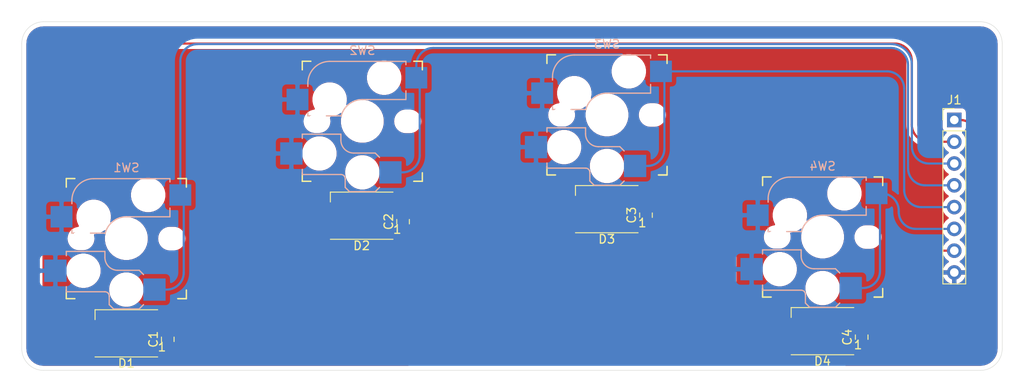
<source format=kicad_pcb>
(kicad_pcb (version 20171130) (host pcbnew 5.1.10)
  (layers (0 F.Cu signal) (31 B.Cu signal hide) (34 B.Paste user) (35 F.Paste user) (36 B.SilkS user) (37 F.SilkS user) (38 B.Mask user) (39 F.Mask user) (44 Edge.Cuts user))
  (net 0 "")
  (net 1 "Net-(D1-Pad2)")
  (net 2 LED_IN)
  (net 3 "Net-(D2-Pad2)")
  (net 4 "Net-(D3-Pad2)")
  (net 5 LED_OUT)
  (net 6 GND)
  (net 7 BTN_RIGHT)
  (net 8 BTN_DOWN)
  (net 9 BTN_LEFT)
  (net 10 BTN_L)
  (net 11 +5V)
  (module mx+choc_socket:MX+Choc_socket (layer F.Cu) (at 194.96 78.431)
    (fp_text reference SW4 (at -2.54 -3.175) (layer B.SilkS) (effects (justify mirror)))
    (fp_text value SW_Push)
    (pad "" np_thru_hole oval (at -7.82828 5.08508) (size 2.12 1.7) (drill oval 2.12 1.7) (layers *.Cu *.Mask))
    (pad "" np_thru_hole oval (at 2.75082 5.08508) (size 2.15 1.75) (drill oval 2.15 1.75) (layers *.Cu *.Mask))
    (pad 1 smd rect (at 0.735 11.03) (size 2.6 2.6) (layers B.Cu B.Paste B.Mask) (net 7 BTN_RIGHT))
    (pad "" np_thru_hole circle (at -7.54 8.83) (size 3 3) (drill 3) (layers *.Cu *.Mask))
    (pad "" np_thru_hole circle (at -2.54 11.03) (size 3 3) (drill 3) (layers *.Cu *.Mask))
    (pad 2 smd rect (at -10.815 8.83) (size 2.6 2.6) (layers B.Cu B.Paste B.Mask) (net 6 GND))
    (pad 2 smd rect (at -10.1 2.54) (size 2.55 2.5) (layers B.Cu B.Paste B.Mask) (net 6 GND))
    (pad "" np_thru_hole circle (at -2.54 5.08) (size 3.9878 3.9878) (drill 3.9878) (layers *.Cu *.Mask))
    (pad "" np_thru_hole circle (at -6.35 2.54) (size 3 3) (drill 3) (layers *.Cu *.Mask))
    (pad "" np_thru_hole circle (at 0 0) (size 3 3) (drill 3) (layers *.Cu *.Mask))
    (pad 1 smd rect (at 3.75 0) (size 2.55 2.5) (layers B.Cu B.Paste B.Mask) (net 7 BTN_RIGHT))
  )
  (module mx+choc_socket:MX+Choc_socket (layer F.Cu) (at 169.825 64.199)
    (fp_text reference SW3 (at -2.54 -3.175) (layer B.SilkS) (effects (justify mirror)))
    (fp_text value SW_Push)
    (pad "" np_thru_hole oval (at -7.82828 5.08508) (size 2.12 1.7) (drill oval 2.12 1.7) (layers *.Cu *.Mask))
    (pad "" np_thru_hole oval (at 2.75082 5.08508) (size 2.15 1.75) (drill oval 2.15 1.75) (layers *.Cu *.Mask))
    (pad 1 smd rect (at 0.735 11.03) (size 2.6 2.6) (layers B.Cu B.Paste B.Mask) (net 8 BTN_DOWN))
    (pad "" np_thru_hole circle (at -7.54 8.83) (size 3 3) (drill 3) (layers *.Cu *.Mask))
    (pad "" np_thru_hole circle (at -2.54 11.03) (size 3 3) (drill 3) (layers *.Cu *.Mask))
    (pad 2 smd rect (at -10.815 8.83) (size 2.6 2.6) (layers B.Cu B.Paste B.Mask) (net 6 GND))
    (pad 2 smd rect (at -10.1 2.54) (size 2.55 2.5) (layers B.Cu B.Paste B.Mask) (net 6 GND))
    (pad "" np_thru_hole circle (at -2.54 5.08) (size 3.9878 3.9878) (drill 3.9878) (layers *.Cu *.Mask))
    (pad "" np_thru_hole circle (at -6.35 2.54) (size 3 3) (drill 3) (layers *.Cu *.Mask))
    (pad "" np_thru_hole circle (at 0 0) (size 3 3) (drill 3) (layers *.Cu *.Mask))
    (pad 1 smd rect (at 3.75 0) (size 2.55 2.5) (layers B.Cu B.Paste B.Mask) (net 8 BTN_DOWN))
  )
  (module mx+choc_socket:MX+Choc_socket (layer F.Cu) (at 141.303 64.943)
    (fp_text reference SW2 (at -2.54 -3.175) (layer B.SilkS) (effects (justify mirror)))
    (fp_text value SW_Push)
    (pad "" np_thru_hole oval (at -7.82828 5.08508) (size 2.12 1.7) (drill oval 2.12 1.7) (layers *.Cu *.Mask))
    (pad "" np_thru_hole oval (at 2.75082 5.08508) (size 2.15 1.75) (drill oval 2.15 1.75) (layers *.Cu *.Mask))
    (pad 1 smd rect (at 0.735 11.03) (size 2.6 2.6) (layers B.Cu B.Paste B.Mask) (net 9 BTN_LEFT))
    (pad "" np_thru_hole circle (at -7.54 8.83) (size 3 3) (drill 3) (layers *.Cu *.Mask))
    (pad "" np_thru_hole circle (at -2.54 11.03) (size 3 3) (drill 3) (layers *.Cu *.Mask))
    (pad 2 smd rect (at -10.815 8.83) (size 2.6 2.6) (layers B.Cu B.Paste B.Mask) (net 6 GND))
    (pad 2 smd rect (at -10.1 2.54) (size 2.55 2.5) (layers B.Cu B.Paste B.Mask) (net 6 GND))
    (pad "" np_thru_hole circle (at -2.54 5.08) (size 3.9878 3.9878) (drill 3.9878) (layers *.Cu *.Mask))
    (pad "" np_thru_hole circle (at -6.35 2.54) (size 3 3) (drill 3) (layers *.Cu *.Mask))
    (pad "" np_thru_hole circle (at 0 0) (size 3 3) (drill 3) (layers *.Cu *.Mask))
    (pad 1 smd rect (at 3.75 0) (size 2.55 2.5) (layers B.Cu B.Paste B.Mask) (net 9 BTN_LEFT))
  )
  (module mx+choc_socket:MX+Choc_socket (layer F.Cu) (at 113.792 78.613)
    (fp_text reference SW1 (at -2.54 -3.175) (layer B.SilkS) (effects (justify mirror)))
    (fp_text value SW_Push)
    (pad "" np_thru_hole oval (at -7.82828 5.08508) (size 2.12 1.7) (drill oval 2.12 1.7) (layers *.Cu *.Mask))
    (pad "" np_thru_hole oval (at 2.75082 5.08508) (size 2.15 1.75) (drill oval 2.15 1.75) (layers *.Cu *.Mask))
    (pad 1 smd rect (at 0.735 11.03) (size 2.6 2.6) (layers B.Cu B.Paste B.Mask) (net 10 BTN_L))
    (pad "" np_thru_hole circle (at -7.54 8.83) (size 3 3) (drill 3) (layers *.Cu *.Mask))
    (pad "" np_thru_hole circle (at -2.54 11.03) (size 3 3) (drill 3) (layers *.Cu *.Mask))
    (pad 2 smd rect (at -10.815 8.83) (size 2.6 2.6) (layers B.Cu B.Paste B.Mask) (net 6 GND))
    (pad 2 smd rect (at -10.1 2.54) (size 2.55 2.5) (layers B.Cu B.Paste B.Mask) (net 6 GND))
    (pad "" np_thru_hole circle (at -2.54 5.08) (size 3.9878 3.9878) (drill 3.9878) (layers *.Cu *.Mask))
    (pad "" np_thru_hole circle (at -6.35 2.54) (size 3 3) (drill 3) (layers *.Cu *.Mask))
    (pad "" np_thru_hole circle (at 0 0) (size 3 3) (drill 3) (layers *.Cu *.Mask))
    (pad 1 smd rect (at 3.75 0) (size 2.55 2.5) (layers B.Cu B.Paste B.Mask) (net 10 BTN_L))
  )
  (module Connector_PinHeader_2.54mm:PinHeader_1x08_P2.54mm_Vertical (layer F.Cu) (at 207.772 69.865)
    (fp_text reference J1 (at 0 -2.33) (layer F.SilkS))
    (fp_text value Conn_01x08)
    (pad 8 thru_hole oval (at 0 17.78) (size 1.7 1.7) (drill 1) (layers *.Cu *.Mask) (net 6 GND))
    (pad 7 thru_hole oval (at 0 15.24) (size 1.7 1.7) (drill 1) (layers *.Cu *.Mask) (net 5 LED_OUT))
    (pad 6 thru_hole oval (at 0 12.7) (size 1.7 1.7) (drill 1) (layers *.Cu *.Mask) (net 7 BTN_RIGHT))
    (pad 5 thru_hole oval (at 0 10.16) (size 1.7 1.7) (drill 1) (layers *.Cu *.Mask) (net 8 BTN_DOWN))
    (pad 4 thru_hole oval (at 0 7.62) (size 1.7 1.7) (drill 1) (layers *.Cu *.Mask) (net 9 BTN_LEFT))
    (pad 3 thru_hole oval (at 0 5.08) (size 1.7 1.7) (drill 1) (layers *.Cu *.Mask) (net 10 BTN_L))
    (pad 2 thru_hole oval (at 0 2.54) (size 1.7 1.7) (drill 1) (layers *.Cu *.Mask) (net 2 LED_IN))
    (pad 1 thru_hole rect (at 0 0) (size 1.7 1.7) (drill 1) (layers *.Cu *.Mask) (net 11 +5V))
  )
  (module LED_SMD:LED_WS2812B_PLCC4_5.0x5.0mm_P3.2mm (layer F.Cu) (at 192.405 94.488 180)
    (fp_text reference D4 (at 0 -3.5) (layer F.SilkS))
    (fp_text value WS2812B)
    (fp_text user 1 (at -4.15 -1.6) (layer F.SilkS))
    (pad 1 smd rect (at -2.45 -1.6 180) (size 1.5 1) (layers F.Cu F.Paste F.Mask) (net 11 +5V))
    (pad 2 smd rect (at -2.45 1.6 180) (size 1.5 1) (layers F.Cu F.Paste F.Mask) (net 5 LED_OUT))
    (pad 4 smd rect (at 2.45 -1.6 180) (size 1.5 1) (layers F.Cu F.Paste F.Mask) (net 4 "Net-(D3-Pad2)"))
    (pad 3 smd rect (at 2.45 1.6 180) (size 1.5 1) (layers F.Cu F.Paste F.Mask) (net 6 GND))
  )
  (module LED_SMD:LED_WS2812B_PLCC4_5.0x5.0mm_P3.2mm (layer F.Cu) (at 167.259 80.264 180)
    (fp_text reference D3 (at 0 -3.5) (layer F.SilkS))
    (fp_text value WS2812B)
    (fp_text user 1 (at -4.15 -1.6) (layer F.SilkS))
    (pad 1 smd rect (at -2.45 -1.6 180) (size 1.5 1) (layers F.Cu F.Paste F.Mask) (net 11 +5V))
    (pad 2 smd rect (at -2.45 1.6 180) (size 1.5 1) (layers F.Cu F.Paste F.Mask) (net 4 "Net-(D3-Pad2)"))
    (pad 4 smd rect (at 2.45 -1.6 180) (size 1.5 1) (layers F.Cu F.Paste F.Mask) (net 3 "Net-(D2-Pad2)"))
    (pad 3 smd rect (at 2.45 1.6 180) (size 1.5 1) (layers F.Cu F.Paste F.Mask) (net 6 GND))
  )
  (module LED_SMD:LED_WS2812B_PLCC4_5.0x5.0mm_P3.2mm (layer F.Cu) (at 138.684 81.026 180)
    (fp_text reference D2 (at 0 -3.5) (layer F.SilkS))
    (fp_text value WS2812B)
    (fp_text user 1 (at -4.15 -1.6) (layer F.SilkS))
    (pad 1 smd rect (at -2.45 -1.6 180) (size 1.5 1) (layers F.Cu F.Paste F.Mask) (net 11 +5V))
    (pad 2 smd rect (at -2.45 1.6 180) (size 1.5 1) (layers F.Cu F.Paste F.Mask) (net 3 "Net-(D2-Pad2)"))
    (pad 4 smd rect (at 2.45 -1.6 180) (size 1.5 1) (layers F.Cu F.Paste F.Mask) (net 1 "Net-(D1-Pad2)"))
    (pad 3 smd rect (at 2.45 1.6 180) (size 1.5 1) (layers F.Cu F.Paste F.Mask) (net 6 GND))
  )
  (module LED_SMD:LED_WS2812B_PLCC4_5.0x5.0mm_P3.2mm (layer F.Cu) (at 111.252 94.742 180)
    (fp_text reference D1 (at 0 -3.5) (layer F.SilkS))
    (fp_text value WS2812B)
    (fp_text user 1 (at -4.15 -1.6) (layer F.SilkS))
    (pad 1 smd rect (at -2.45 -1.6 180) (size 1.5 1) (layers F.Cu F.Paste F.Mask) (net 11 +5V))
    (pad 2 smd rect (at -2.45 1.6 180) (size 1.5 1) (layers F.Cu F.Paste F.Mask) (net 1 "Net-(D1-Pad2)"))
    (pad 4 smd rect (at 2.45 -1.6 180) (size 1.5 1) (layers F.Cu F.Paste F.Mask) (net 2 LED_IN))
    (pad 3 smd rect (at 2.45 1.6 180) (size 1.5 1) (layers F.Cu F.Paste F.Mask) (net 6 GND))
  )
  (module Capacitor_SMD:C_0805_2012Metric (layer F.Cu) (at 196.977 95.183999 90)
    (fp_text reference C4 (at 0 -1.68 90) (layer F.SilkS))
    (fp_text value C)
    (pad 2 smd roundrect (at 0.95 0 90) (size 1 1.45) (layers F.Cu F.Paste F.Mask) (net 6 GND))
    (pad 1 smd roundrect (at -0.95 0 90) (size 1 1.45) (layers F.Cu F.Paste F.Mask) (net 11 +5V))
  )
  (module Capacitor_SMD:C_0805_2012Metric (layer F.Cu) (at 171.831 80.965001 90)
    (fp_text reference C3 (at 0 -1.68 90) (layer F.SilkS))
    (fp_text value C)
    (pad 2 smd roundrect (at 0.95 0 90) (size 1 1.45) (layers F.Cu F.Paste F.Mask) (net 6 GND))
    (pad 1 smd roundrect (at -0.95 0 90) (size 1 1.45) (layers F.Cu F.Paste F.Mask) (net 11 +5V))
  )
  (module Capacitor_SMD:C_0805_2012Metric (layer F.Cu) (at 143.51 81.721999 90)
    (fp_text reference C2 (at 0 -1.68 90) (layer F.SilkS))
    (fp_text value C)
    (pad 2 smd roundrect (at 0.95 0 90) (size 1 1.45) (layers F.Cu F.Paste F.Mask) (net 6 GND))
    (pad 1 smd roundrect (at -0.95 0 90) (size 1 1.45) (layers F.Cu F.Paste F.Mask) (net 11 +5V))
  )
  (module Capacitor_SMD:C_0805_2012Metric (layer F.Cu) (at 116.078 95.437999 90)
    (fp_text reference C1 (at 0 -1.68 90) (layer F.SilkS))
    (fp_text value C)
    (pad 2 smd roundrect (at 0.95 0 90) (size 1 1.45) (layers F.Cu F.Paste F.Mask) (net 6 GND))
    (pad 1 smd roundrect (at -0.95 0 90) (size 1 1.45) (layers F.Cu F.Paste F.Mask) (net 11 +5V))
  )
  (gr_arc (start 101.6 96.52) (end 99.06 96.52) (angle -90) (layer Edge.Cuts) (width 0.05))
  (gr_arc (start 101.6 60.96) (end 101.6 58.42) (angle -90) (layer Edge.Cuts) (width 0.05))
  (gr_arc (start 210.82 60.96) (end 213.36 60.96) (angle -90) (layer Edge.Cuts) (width 0.05))
  (gr_arc (start 210.82 96.52) (end 210.82 99.06) (angle -90) (layer Edge.Cuts) (width 0.05))
  (gr_line (start 213.36 96.52) (end 213.36 60.96) (layer Edge.Cuts) (width 0.05))
  (gr_line (start 101.6 99.06) (end 210.82 99.06) (layer Edge.Cuts) (width 0.05))
  (gr_line (start 99.06 60.96) (end 99.06 96.52) (layer Edge.Cuts) (width 0.05))
  (gr_line (start 210.82 58.42) (end 101.6 58.42) (layer Edge.Cuts) (width 0.05))
  (segment (start 121.38 82.626) (end 136.234 82.626) (width 0.25) (layer F.Cu) (net 1))
  (segment (start 121.38 82.626) (end 121.183965 82.63563) (width 0.25) (layer F.Cu) (net 1))
  (segment (start 121.183965 82.63563) (end 120.989819 82.664429) (width 0.25) (layer F.Cu) (net 1))
  (segment (start 120.989819 82.664429) (end 120.79943 82.712119) (width 0.25) (layer F.Cu) (net 1))
  (segment (start 120.79943 82.712119) (end 120.614633 82.77824) (width 0.25) (layer F.Cu) (net 1))
  (segment (start 120.614633 82.77824) (end 120.437206 82.862157) (width 0.25) (layer F.Cu) (net 1))
  (segment (start 120.437206 82.862157) (end 120.268859 82.96306) (width 0.25) (layer F.Cu) (net 1))
  (segment (start 120.268859 82.96306) (end 120.111213 83.079979) (width 0.25) (layer F.Cu) (net 1))
  (segment (start 120.111213 83.079979) (end 119.965786 83.211786) (width 0.25) (layer F.Cu) (net 1))
  (segment (start 119.965786 83.211786) (end 119.833979 83.357213) (width 0.25) (layer F.Cu) (net 1))
  (segment (start 119.833979 83.357213) (end 119.71706 83.514859) (width 0.25) (layer F.Cu) (net 1))
  (segment (start 119.71706 83.514859) (end 119.616157 83.683206) (width 0.25) (layer F.Cu) (net 1))
  (segment (start 119.616157 83.683206) (end 119.53224 83.860633) (width 0.25) (layer F.Cu) (net 1))
  (segment (start 119.53224 83.860633) (end 119.466119 84.04543) (width 0.25) (layer F.Cu) (net 1))
  (segment (start 119.466119 84.04543) (end 119.418429 84.235819) (width 0.25) (layer F.Cu) (net 1))
  (segment (start 119.418429 84.235819) (end 119.38963 84.429965) (width 0.25) (layer F.Cu) (net 1))
  (segment (start 119.38963 84.429965) (end 119.38 84.626) (width 0.25) (layer F.Cu) (net 1))
  (segment (start 117.38 93.142) (end 113.702 93.142) (width 0.25) (layer F.Cu) (net 1))
  (segment (start 117.38 93.142) (end 117.576034 93.132369) (width 0.25) (layer F.Cu) (net 1))
  (segment (start 117.576034 93.132369) (end 117.77018 93.10357) (width 0.25) (layer F.Cu) (net 1))
  (segment (start 117.77018 93.10357) (end 117.960569 93.05588) (width 0.25) (layer F.Cu) (net 1))
  (segment (start 117.960569 93.05588) (end 118.145366 92.989759) (width 0.25) (layer F.Cu) (net 1))
  (segment (start 118.145366 92.989759) (end 118.322793 92.905842) (width 0.25) (layer F.Cu) (net 1))
  (segment (start 118.322793 92.905842) (end 118.49114 92.804939) (width 0.25) (layer F.Cu) (net 1))
  (segment (start 118.49114 92.804939) (end 118.648786 92.68802) (width 0.25) (layer F.Cu) (net 1))
  (segment (start 118.648786 92.68802) (end 118.794213 92.556213) (width 0.25) (layer F.Cu) (net 1))
  (segment (start 118.794213 92.556213) (end 118.92602 92.410786) (width 0.25) (layer F.Cu) (net 1))
  (segment (start 118.92602 92.410786) (end 119.042939 92.25314) (width 0.25) (layer F.Cu) (net 1))
  (segment (start 119.042939 92.25314) (end 119.143842 92.084793) (width 0.25) (layer F.Cu) (net 1))
  (segment (start 119.143842 92.084793) (end 119.227759 91.907366) (width 0.25) (layer F.Cu) (net 1))
  (segment (start 119.227759 91.907366) (end 119.29388 91.722569) (width 0.25) (layer F.Cu) (net 1))
  (segment (start 119.29388 91.722569) (end 119.34157 91.53218) (width 0.25) (layer F.Cu) (net 1))
  (segment (start 119.34157 91.53218) (end 119.370369 91.338034) (width 0.25) (layer F.Cu) (net 1))
  (segment (start 119.370369 91.338034) (end 119.38 91.142) (width 0.25) (layer F.Cu) (net 1))
  (segment (start 119.38 91.142) (end 119.38 84.626) (width 0.25) (layer F.Cu) (net 1))
  (segment (start 204.819 72.405) (end 207.772 72.405) (width 0.25) (layer F.Cu) (net 2))
  (segment (start 204.819 72.405) (end 204.622965 72.395369) (width 0.25) (layer F.Cu) (net 2))
  (segment (start 204.622965 72.395369) (end 204.428819 72.36657) (width 0.25) (layer F.Cu) (net 2))
  (segment (start 204.428819 72.36657) (end 204.23843 72.31888) (width 0.25) (layer F.Cu) (net 2))
  (segment (start 204.23843 72.31888) (end 204.053633 72.252759) (width 0.25) (layer F.Cu) (net 2))
  (segment (start 204.053633 72.252759) (end 203.876206 72.168842) (width 0.25) (layer F.Cu) (net 2))
  (segment (start 203.876206 72.168842) (end 203.707859 72.067939) (width 0.25) (layer F.Cu) (net 2))
  (segment (start 203.707859 72.067939) (end 203.550213 71.95102) (width 0.25) (layer F.Cu) (net 2))
  (segment (start 203.550213 71.95102) (end 203.404786 71.819213) (width 0.25) (layer F.Cu) (net 2))
  (segment (start 203.404786 71.819213) (end 203.272979 71.673786) (width 0.25) (layer F.Cu) (net 2))
  (segment (start 203.272979 71.673786) (end 203.15606 71.51614) (width 0.25) (layer F.Cu) (net 2))
  (segment (start 203.15606 71.51614) (end 203.055157 71.347793) (width 0.25) (layer F.Cu) (net 2))
  (segment (start 203.055157 71.347793) (end 202.97124 71.170366) (width 0.25) (layer F.Cu) (net 2))
  (segment (start 202.97124 71.170366) (end 202.905119 70.985569) (width 0.25) (layer F.Cu) (net 2))
  (segment (start 202.905119 70.985569) (end 202.857429 70.79518) (width 0.25) (layer F.Cu) (net 2))
  (segment (start 202.857429 70.79518) (end 202.82863 70.601034) (width 0.25) (layer F.Cu) (net 2))
  (segment (start 202.82863 70.601034) (end 202.819 70.405) (width 0.25) (layer F.Cu) (net 2))
  (segment (start 200.819 60.96) (end 201.015034 60.96963) (width 0.25) (layer F.Cu) (net 2))
  (segment (start 201.015034 60.96963) (end 201.20918 60.998429) (width 0.25) (layer F.Cu) (net 2))
  (segment (start 201.20918 60.998429) (end 201.399569 61.046119) (width 0.25) (layer F.Cu) (net 2))
  (segment (start 201.399569 61.046119) (end 201.584366 61.11224) (width 0.25) (layer F.Cu) (net 2))
  (segment (start 201.584366 61.11224) (end 201.761793 61.196157) (width 0.25) (layer F.Cu) (net 2))
  (segment (start 201.761793 61.196157) (end 201.93014 61.29706) (width 0.25) (layer F.Cu) (net 2))
  (segment (start 201.93014 61.29706) (end 202.087786 61.413979) (width 0.25) (layer F.Cu) (net 2))
  (segment (start 202.087786 61.413979) (end 202.233213 61.545786) (width 0.25) (layer F.Cu) (net 2))
  (segment (start 202.233213 61.545786) (end 202.36502 61.691213) (width 0.25) (layer F.Cu) (net 2))
  (segment (start 202.36502 61.691213) (end 202.481939 61.848859) (width 0.25) (layer F.Cu) (net 2))
  (segment (start 202.481939 61.848859) (end 202.582842 62.017206) (width 0.25) (layer F.Cu) (net 2))
  (segment (start 202.582842 62.017206) (end 202.666759 62.194633) (width 0.25) (layer F.Cu) (net 2))
  (segment (start 202.666759 62.194633) (end 202.73288 62.37943) (width 0.25) (layer F.Cu) (net 2))
  (segment (start 202.73288 62.37943) (end 202.78057 62.569819) (width 0.25) (layer F.Cu) (net 2))
  (segment (start 202.78057 62.569819) (end 202.809369 62.763965) (width 0.25) (layer F.Cu) (net 2))
  (segment (start 202.809369 62.763965) (end 202.819 62.96) (width 0.25) (layer F.Cu) (net 2))
  (segment (start 202.819 62.96) (end 202.819 70.405) (width 0.25) (layer F.Cu) (net 2))
  (segment (start 100.838 62.96) (end 100.84763 62.763965) (width 0.25) (layer F.Cu) (net 2))
  (segment (start 100.84763 62.763965) (end 100.876429 62.569819) (width 0.25) (layer F.Cu) (net 2))
  (segment (start 100.876429 62.569819) (end 100.924119 62.37943) (width 0.25) (layer F.Cu) (net 2))
  (segment (start 100.924119 62.37943) (end 100.99024 62.194633) (width 0.25) (layer F.Cu) (net 2))
  (segment (start 100.99024 62.194633) (end 101.074157 62.017206) (width 0.25) (layer F.Cu) (net 2))
  (segment (start 101.074157 62.017206) (end 101.17506 61.848859) (width 0.25) (layer F.Cu) (net 2))
  (segment (start 101.17506 61.848859) (end 101.291979 61.691213) (width 0.25) (layer F.Cu) (net 2))
  (segment (start 101.291979 61.691213) (end 101.423786 61.545786) (width 0.25) (layer F.Cu) (net 2))
  (segment (start 101.423786 61.545786) (end 101.569213 61.413979) (width 0.25) (layer F.Cu) (net 2))
  (segment (start 101.569213 61.413979) (end 101.726859 61.29706) (width 0.25) (layer F.Cu) (net 2))
  (segment (start 101.726859 61.29706) (end 101.895206 61.196157) (width 0.25) (layer F.Cu) (net 2))
  (segment (start 101.895206 61.196157) (end 102.072633 61.11224) (width 0.25) (layer F.Cu) (net 2))
  (segment (start 102.072633 61.11224) (end 102.25743 61.046119) (width 0.25) (layer F.Cu) (net 2))
  (segment (start 102.25743 61.046119) (end 102.447819 60.998429) (width 0.25) (layer F.Cu) (net 2))
  (segment (start 102.447819 60.998429) (end 102.641965 60.96963) (width 0.25) (layer F.Cu) (net 2))
  (segment (start 102.641965 60.96963) (end 102.838 60.96) (width 0.25) (layer F.Cu) (net 2))
  (segment (start 102.838 60.96) (end 200.819 60.96) (width 0.25) (layer F.Cu) (net 2))
  (segment (start 102.838 96.342) (end 108.802 96.342) (width 0.25) (layer F.Cu) (net 2))
  (segment (start 102.838 96.342) (end 102.641965 96.332369) (width 0.25) (layer F.Cu) (net 2))
  (segment (start 102.641965 96.332369) (end 102.447819 96.30357) (width 0.25) (layer F.Cu) (net 2))
  (segment (start 102.447819 96.30357) (end 102.25743 96.25588) (width 0.25) (layer F.Cu) (net 2))
  (segment (start 102.25743 96.25588) (end 102.072633 96.189759) (width 0.25) (layer F.Cu) (net 2))
  (segment (start 102.072633 96.189759) (end 101.895206 96.105842) (width 0.25) (layer F.Cu) (net 2))
  (segment (start 101.895206 96.105842) (end 101.726859 96.004939) (width 0.25) (layer F.Cu) (net 2))
  (segment (start 101.726859 96.004939) (end 101.569213 95.88802) (width 0.25) (layer F.Cu) (net 2))
  (segment (start 101.569213 95.88802) (end 101.423786 95.756213) (width 0.25) (layer F.Cu) (net 2))
  (segment (start 101.423786 95.756213) (end 101.291979 95.610786) (width 0.25) (layer F.Cu) (net 2))
  (segment (start 101.291979 95.610786) (end 101.17506 95.45314) (width 0.25) (layer F.Cu) (net 2))
  (segment (start 101.17506 95.45314) (end 101.074157 95.284793) (width 0.25) (layer F.Cu) (net 2))
  (segment (start 101.074157 95.284793) (end 100.99024 95.107366) (width 0.25) (layer F.Cu) (net 2))
  (segment (start 100.99024 95.107366) (end 100.924119 94.922569) (width 0.25) (layer F.Cu) (net 2))
  (segment (start 100.924119 94.922569) (end 100.876429 94.73218) (width 0.25) (layer F.Cu) (net 2))
  (segment (start 100.876429 94.73218) (end 100.84763 94.538034) (width 0.25) (layer F.Cu) (net 2))
  (segment (start 100.84763 94.538034) (end 100.838 94.342) (width 0.25) (layer F.Cu) (net 2))
  (segment (start 100.838 94.342) (end 100.838 62.96) (width 0.25) (layer F.Cu) (net 2))
  (segment (start 152.721 79.426) (end 141.134 79.426) (width 0.25) (layer F.Cu) (net 3))
  (segment (start 152.721 79.426) (end 152.839459 79.428908) (width 0.25) (layer F.Cu) (net 3))
  (segment (start 152.839459 79.428908) (end 152.957634 79.437625) (width 0.25) (layer F.Cu) (net 3))
  (segment (start 152.957634 79.437625) (end 153.075238 79.45213) (width 0.25) (layer F.Cu) (net 3))
  (segment (start 153.075238 79.45213) (end 153.191989 79.472388) (width 0.25) (layer F.Cu) (net 3))
  (segment (start 153.191989 79.472388) (end 153.307605 79.49835) (width 0.25) (layer F.Cu) (net 3))
  (segment (start 153.307605 79.49835) (end 153.421808 79.529955) (width 0.25) (layer F.Cu) (net 3))
  (segment (start 153.421808 79.529955) (end 153.534323 79.567125) (width 0.25) (layer F.Cu) (net 3))
  (segment (start 153.534323 79.567125) (end 153.644878 79.60977) (width 0.25) (layer F.Cu) (net 3))
  (segment (start 153.644878 79.60977) (end 153.753208 79.65779) (width 0.25) (layer F.Cu) (net 3))
  (segment (start 153.753208 79.65779) (end 153.859051 79.711067) (width 0.25) (layer F.Cu) (net 3))
  (segment (start 153.859051 79.711067) (end 153.962153 79.769473) (width 0.25) (layer F.Cu) (net 3))
  (segment (start 153.962153 79.769473) (end 154.062264 79.832868) (width 0.25) (layer F.Cu) (net 3))
  (segment (start 154.062264 79.832868) (end 154.159144 79.901098) (width 0.25) (layer F.Cu) (net 3))
  (segment (start 154.159144 79.901098) (end 154.252559 79.974) (width 0.25) (layer F.Cu) (net 3))
  (segment (start 154.252559 79.974) (end 154.342285 80.051398) (width 0.25) (layer F.Cu) (net 3))
  (segment (start 154.342285 80.051398) (end 154.428106 80.133106) (width 0.25) (layer F.Cu) (net 3))
  (segment (start 157.159 81.864) (end 164.809 81.864) (width 0.25) (layer F.Cu) (net 3))
  (segment (start 157.159 81.864) (end 157.04054 81.861091) (width 0.25) (layer F.Cu) (net 3))
  (segment (start 157.04054 81.861091) (end 156.922365 81.852374) (width 0.25) (layer F.Cu) (net 3))
  (segment (start 156.922365 81.852374) (end 156.804761 81.837869) (width 0.25) (layer F.Cu) (net 3))
  (segment (start 156.804761 81.837869) (end 156.68801 81.817611) (width 0.25) (layer F.Cu) (net 3))
  (segment (start 156.68801 81.817611) (end 156.572393 81.791649) (width 0.25) (layer F.Cu) (net 3))
  (segment (start 156.572393 81.791649) (end 156.45819 81.760044) (width 0.25) (layer F.Cu) (net 3))
  (segment (start 156.45819 81.760044) (end 156.345675 81.722874) (width 0.25) (layer F.Cu) (net 3))
  (segment (start 156.345675 81.722874) (end 156.23512 81.680228) (width 0.25) (layer F.Cu) (net 3))
  (segment (start 156.23512 81.680228) (end 156.12679 81.632209) (width 0.25) (layer F.Cu) (net 3))
  (segment (start 156.12679 81.632209) (end 156.020947 81.578932) (width 0.25) (layer F.Cu) (net 3))
  (segment (start 156.020947 81.578932) (end 155.917845 81.520526) (width 0.25) (layer F.Cu) (net 3))
  (segment (start 155.917845 81.520526) (end 155.817734 81.457131) (width 0.25) (layer F.Cu) (net 3))
  (segment (start 155.817734 81.457131) (end 155.720854 81.3889) (width 0.25) (layer F.Cu) (net 3))
  (segment (start 155.720854 81.3889) (end 155.627438 81.315998) (width 0.25) (layer F.Cu) (net 3))
  (segment (start 155.627438 81.315998) (end 155.537712 81.2386) (width 0.25) (layer F.Cu) (net 3))
  (segment (start 155.537712 81.2386) (end 155.451893 81.156893) (width 0.25) (layer F.Cu) (net 3))
  (segment (start 155.451893 81.156893) (end 154.428106 80.133106) (width 0.25) (layer F.Cu) (net 3))
  (segment (start 181.737 80.664) (end 181.727369 80.467965) (width 0.25) (layer F.Cu) (net 4))
  (segment (start 181.727369 80.467965) (end 181.69857 80.273819) (width 0.25) (layer F.Cu) (net 4))
  (segment (start 181.69857 80.273819) (end 181.65088 80.08343) (width 0.25) (layer F.Cu) (net 4))
  (segment (start 181.65088 80.08343) (end 181.584759 79.898633) (width 0.25) (layer F.Cu) (net 4))
  (segment (start 181.584759 79.898633) (end 181.500842 79.721206) (width 0.25) (layer F.Cu) (net 4))
  (segment (start 181.500842 79.721206) (end 181.399939 79.552859) (width 0.25) (layer F.Cu) (net 4))
  (segment (start 181.399939 79.552859) (end 181.28302 79.395213) (width 0.25) (layer F.Cu) (net 4))
  (segment (start 181.28302 79.395213) (end 181.151213 79.249786) (width 0.25) (layer F.Cu) (net 4))
  (segment (start 181.151213 79.249786) (end 181.005786 79.117979) (width 0.25) (layer F.Cu) (net 4))
  (segment (start 181.005786 79.117979) (end 180.84814 79.00106) (width 0.25) (layer F.Cu) (net 4))
  (segment (start 180.84814 79.00106) (end 180.679793 78.900157) (width 0.25) (layer F.Cu) (net 4))
  (segment (start 180.679793 78.900157) (end 180.502366 78.81624) (width 0.25) (layer F.Cu) (net 4))
  (segment (start 180.502366 78.81624) (end 180.317569 78.750119) (width 0.25) (layer F.Cu) (net 4))
  (segment (start 180.317569 78.750119) (end 180.12718 78.702429) (width 0.25) (layer F.Cu) (net 4))
  (segment (start 180.12718 78.702429) (end 179.933034 78.67363) (width 0.25) (layer F.Cu) (net 4))
  (segment (start 179.933034 78.67363) (end 179.737 78.664) (width 0.25) (layer F.Cu) (net 4))
  (segment (start 179.737 78.664) (end 169.709 78.664) (width 0.25) (layer F.Cu) (net 4))
  (segment (start 183.737 96.088) (end 189.955 96.088) (width 0.25) (layer F.Cu) (net 4))
  (segment (start 183.737 96.088) (end 183.540965 96.078369) (width 0.25) (layer F.Cu) (net 4))
  (segment (start 183.540965 96.078369) (end 183.346819 96.04957) (width 0.25) (layer F.Cu) (net 4))
  (segment (start 183.346819 96.04957) (end 183.15643 96.00188) (width 0.25) (layer F.Cu) (net 4))
  (segment (start 183.15643 96.00188) (end 182.971633 95.935759) (width 0.25) (layer F.Cu) (net 4))
  (segment (start 182.971633 95.935759) (end 182.794206 95.851842) (width 0.25) (layer F.Cu) (net 4))
  (segment (start 182.794206 95.851842) (end 182.625859 95.750939) (width 0.25) (layer F.Cu) (net 4))
  (segment (start 182.625859 95.750939) (end 182.468213 95.63402) (width 0.25) (layer F.Cu) (net 4))
  (segment (start 182.468213 95.63402) (end 182.322786 95.502213) (width 0.25) (layer F.Cu) (net 4))
  (segment (start 182.322786 95.502213) (end 182.190979 95.356786) (width 0.25) (layer F.Cu) (net 4))
  (segment (start 182.190979 95.356786) (end 182.07406 95.19914) (width 0.25) (layer F.Cu) (net 4))
  (segment (start 182.07406 95.19914) (end 181.973157 95.030793) (width 0.25) (layer F.Cu) (net 4))
  (segment (start 181.973157 95.030793) (end 181.88924 94.853366) (width 0.25) (layer F.Cu) (net 4))
  (segment (start 181.88924 94.853366) (end 181.823119 94.668569) (width 0.25) (layer F.Cu) (net 4))
  (segment (start 181.823119 94.668569) (end 181.775429 94.47818) (width 0.25) (layer F.Cu) (net 4))
  (segment (start 181.775429 94.47818) (end 181.74663 94.284034) (width 0.25) (layer F.Cu) (net 4))
  (segment (start 181.74663 94.284034) (end 181.737 94.088) (width 0.25) (layer F.Cu) (net 4))
  (segment (start 181.737 94.088) (end 181.737 80.664) (width 0.25) (layer F.Cu) (net 4))
  (segment (start 204.057 85.105) (end 207.772 85.105) (width 0.25) (layer F.Cu) (net 5))
  (segment (start 204.057 85.105) (end 203.860965 85.11463) (width 0.25) (layer F.Cu) (net 5))
  (segment (start 203.860965 85.11463) (end 203.666819 85.143429) (width 0.25) (layer F.Cu) (net 5))
  (segment (start 203.666819 85.143429) (end 203.47643 85.191119) (width 0.25) (layer F.Cu) (net 5))
  (segment (start 203.47643 85.191119) (end 203.291633 85.25724) (width 0.25) (layer F.Cu) (net 5))
  (segment (start 203.291633 85.25724) (end 203.114206 85.341157) (width 0.25) (layer F.Cu) (net 5))
  (segment (start 203.114206 85.341157) (end 202.945859 85.44206) (width 0.25) (layer F.Cu) (net 5))
  (segment (start 202.945859 85.44206) (end 202.788213 85.558979) (width 0.25) (layer F.Cu) (net 5))
  (segment (start 202.788213 85.558979) (end 202.642786 85.690786) (width 0.25) (layer F.Cu) (net 5))
  (segment (start 202.642786 85.690786) (end 202.510979 85.836213) (width 0.25) (layer F.Cu) (net 5))
  (segment (start 202.510979 85.836213) (end 202.39406 85.993859) (width 0.25) (layer F.Cu) (net 5))
  (segment (start 202.39406 85.993859) (end 202.293157 86.162206) (width 0.25) (layer F.Cu) (net 5))
  (segment (start 202.293157 86.162206) (end 202.20924 86.339633) (width 0.25) (layer F.Cu) (net 5))
  (segment (start 202.20924 86.339633) (end 202.143119 86.52443) (width 0.25) (layer F.Cu) (net 5))
  (segment (start 202.143119 86.52443) (end 202.095429 86.714819) (width 0.25) (layer F.Cu) (net 5))
  (segment (start 202.095429 86.714819) (end 202.06663 86.908965) (width 0.25) (layer F.Cu) (net 5))
  (segment (start 202.06663 86.908965) (end 202.057 87.105) (width 0.25) (layer F.Cu) (net 5))
  (segment (start 200.057 92.888) (end 194.855 92.888) (width 0.25) (layer F.Cu) (net 5))
  (segment (start 200.057 92.888) (end 200.253034 92.878369) (width 0.25) (layer F.Cu) (net 5))
  (segment (start 200.253034 92.878369) (end 200.44718 92.84957) (width 0.25) (layer F.Cu) (net 5))
  (segment (start 200.44718 92.84957) (end 200.637569 92.80188) (width 0.25) (layer F.Cu) (net 5))
  (segment (start 200.637569 92.80188) (end 200.822366 92.735759) (width 0.25) (layer F.Cu) (net 5))
  (segment (start 200.822366 92.735759) (end 200.999793 92.651842) (width 0.25) (layer F.Cu) (net 5))
  (segment (start 200.999793 92.651842) (end 201.16814 92.550939) (width 0.25) (layer F.Cu) (net 5))
  (segment (start 201.16814 92.550939) (end 201.325786 92.43402) (width 0.25) (layer F.Cu) (net 5))
  (segment (start 201.325786 92.43402) (end 201.471213 92.302213) (width 0.25) (layer F.Cu) (net 5))
  (segment (start 201.471213 92.302213) (end 201.60302 92.156786) (width 0.25) (layer F.Cu) (net 5))
  (segment (start 201.60302 92.156786) (end 201.719939 91.99914) (width 0.25) (layer F.Cu) (net 5))
  (segment (start 201.719939 91.99914) (end 201.820842 91.830793) (width 0.25) (layer F.Cu) (net 5))
  (segment (start 201.820842 91.830793) (end 201.904759 91.653366) (width 0.25) (layer F.Cu) (net 5))
  (segment (start 201.904759 91.653366) (end 201.97088 91.468569) (width 0.25) (layer F.Cu) (net 5))
  (segment (start 201.97088 91.468569) (end 202.01857 91.27818) (width 0.25) (layer F.Cu) (net 5))
  (segment (start 202.01857 91.27818) (end 202.047369 91.084034) (width 0.25) (layer F.Cu) (net 5))
  (segment (start 202.047369 91.084034) (end 202.057 90.888) (width 0.25) (layer F.Cu) (net 5))
  (segment (start 202.057 90.888) (end 202.057 87.105) (width 0.25) (layer F.Cu) (net 5))
  (segment (start 198.71 78.431) (end 199.11083 78.83183) (width 0.25) (layer B.Cu) (net 7))
  (segment (start 199.11083 87.461) (end 199.11083 78.83183) (width 0.25) (layer B.Cu) (net 7))
  (segment (start 199.11083 87.461) (end 199.101199 87.657034) (width 0.25) (layer B.Cu) (net 7))
  (segment (start 199.101199 87.657034) (end 199.0724 87.85118) (width 0.25) (layer B.Cu) (net 7))
  (segment (start 199.0724 87.85118) (end 199.02471 88.041569) (width 0.25) (layer B.Cu) (net 7))
  (segment (start 199.02471 88.041569) (end 198.958589 88.226366) (width 0.25) (layer B.Cu) (net 7))
  (segment (start 198.958589 88.226366) (end 198.874672 88.403793) (width 0.25) (layer B.Cu) (net 7))
  (segment (start 198.874672 88.403793) (end 198.773769 88.57214) (width 0.25) (layer B.Cu) (net 7))
  (segment (start 198.773769 88.57214) (end 198.65685 88.729786) (width 0.25) (layer B.Cu) (net 7))
  (segment (start 198.65685 88.729786) (end 198.525043 88.875213) (width 0.25) (layer B.Cu) (net 7))
  (segment (start 198.525043 88.875213) (end 198.379616 89.00702) (width 0.25) (layer B.Cu) (net 7))
  (segment (start 198.379616 89.00702) (end 198.22197 89.123939) (width 0.25) (layer B.Cu) (net 7))
  (segment (start 198.22197 89.123939) (end 198.053623 89.224842) (width 0.25) (layer B.Cu) (net 7))
  (segment (start 198.053623 89.224842) (end 197.876196 89.308759) (width 0.25) (layer B.Cu) (net 7))
  (segment (start 197.876196 89.308759) (end 197.691399 89.37488) (width 0.25) (layer B.Cu) (net 7))
  (segment (start 197.691399 89.37488) (end 197.50101 89.42257) (width 0.25) (layer B.Cu) (net 7))
  (segment (start 197.50101 89.42257) (end 197.306864 89.451369) (width 0.25) (layer B.Cu) (net 7))
  (segment (start 197.306864 89.451369) (end 197.11083 89.461) (width 0.25) (layer B.Cu) (net 7))
  (segment (start 197.11083 89.461) (end 195.695 89.461) (width 0.25) (layer B.Cu) (net 7))
  (segment (start 201.295 80.431) (end 201.285369 80.234965) (width 0.25) (layer B.Cu) (net 7))
  (segment (start 201.285369 80.234965) (end 201.25657 80.040819) (width 0.25) (layer B.Cu) (net 7))
  (segment (start 201.25657 80.040819) (end 201.20888 79.85043) (width 0.25) (layer B.Cu) (net 7))
  (segment (start 201.20888 79.85043) (end 201.142759 79.665633) (width 0.25) (layer B.Cu) (net 7))
  (segment (start 201.142759 79.665633) (end 201.058842 79.488206) (width 0.25) (layer B.Cu) (net 7))
  (segment (start 201.058842 79.488206) (end 200.957939 79.319859) (width 0.25) (layer B.Cu) (net 7))
  (segment (start 200.957939 79.319859) (end 200.84102 79.162213) (width 0.25) (layer B.Cu) (net 7))
  (segment (start 200.84102 79.162213) (end 200.709213 79.016786) (width 0.25) (layer B.Cu) (net 7))
  (segment (start 200.709213 79.016786) (end 200.563786 78.884979) (width 0.25) (layer B.Cu) (net 7))
  (segment (start 200.563786 78.884979) (end 200.40614 78.76806) (width 0.25) (layer B.Cu) (net 7))
  (segment (start 200.40614 78.76806) (end 200.237793 78.667157) (width 0.25) (layer B.Cu) (net 7))
  (segment (start 200.237793 78.667157) (end 200.060366 78.58324) (width 0.25) (layer B.Cu) (net 7))
  (segment (start 200.060366 78.58324) (end 199.875569 78.517119) (width 0.25) (layer B.Cu) (net 7))
  (segment (start 199.875569 78.517119) (end 199.68518 78.469429) (width 0.25) (layer B.Cu) (net 7))
  (segment (start 199.68518 78.469429) (end 199.491034 78.44063) (width 0.25) (layer B.Cu) (net 7))
  (segment (start 199.491034 78.44063) (end 199.295 78.431) (width 0.25) (layer B.Cu) (net 7))
  (segment (start 199.295 78.431) (end 198.71 78.431) (width 0.25) (layer B.Cu) (net 7))
  (segment (start 203.295 82.565) (end 207.772 82.565) (width 0.25) (layer B.Cu) (net 7))
  (segment (start 203.295 82.565) (end 203.098965 82.555369) (width 0.25) (layer B.Cu) (net 7))
  (segment (start 203.098965 82.555369) (end 202.904819 82.52657) (width 0.25) (layer B.Cu) (net 7))
  (segment (start 202.904819 82.52657) (end 202.71443 82.47888) (width 0.25) (layer B.Cu) (net 7))
  (segment (start 202.71443 82.47888) (end 202.529633 82.412759) (width 0.25) (layer B.Cu) (net 7))
  (segment (start 202.529633 82.412759) (end 202.352206 82.328842) (width 0.25) (layer B.Cu) (net 7))
  (segment (start 202.352206 82.328842) (end 202.183859 82.227939) (width 0.25) (layer B.Cu) (net 7))
  (segment (start 202.183859 82.227939) (end 202.026213 82.11102) (width 0.25) (layer B.Cu) (net 7))
  (segment (start 202.026213 82.11102) (end 201.880786 81.979213) (width 0.25) (layer B.Cu) (net 7))
  (segment (start 201.880786 81.979213) (end 201.748979 81.833786) (width 0.25) (layer B.Cu) (net 7))
  (segment (start 201.748979 81.833786) (end 201.63206 81.67614) (width 0.25) (layer B.Cu) (net 7))
  (segment (start 201.63206 81.67614) (end 201.531157 81.507793) (width 0.25) (layer B.Cu) (net 7))
  (segment (start 201.531157 81.507793) (end 201.44724 81.330366) (width 0.25) (layer B.Cu) (net 7))
  (segment (start 201.44724 81.330366) (end 201.381119 81.145569) (width 0.25) (layer B.Cu) (net 7))
  (segment (start 201.381119 81.145569) (end 201.333429 80.95518) (width 0.25) (layer B.Cu) (net 7))
  (segment (start 201.333429 80.95518) (end 201.30463 80.761034) (width 0.25) (layer B.Cu) (net 7))
  (segment (start 201.30463 80.761034) (end 201.295 80.565) (width 0.25) (layer B.Cu) (net 7))
  (segment (start 201.295 80.565) (end 201.295 80.431) (width 0.25) (layer B.Cu) (net 7))
  (segment (start 173.575 64.199) (end 173.97583 64.59983) (width 0.25) (layer B.Cu) (net 8))
  (segment (start 173.97583 73.229) (end 173.97583 64.59983) (width 0.25) (layer B.Cu) (net 8))
  (segment (start 173.97583 73.229) (end 173.966199 73.425034) (width 0.25) (layer B.Cu) (net 8))
  (segment (start 173.966199 73.425034) (end 173.9374 73.61918) (width 0.25) (layer B.Cu) (net 8))
  (segment (start 173.9374 73.61918) (end 173.88971 73.809569) (width 0.25) (layer B.Cu) (net 8))
  (segment (start 173.88971 73.809569) (end 173.823589 73.994366) (width 0.25) (layer B.Cu) (net 8))
  (segment (start 173.823589 73.994366) (end 173.739672 74.171793) (width 0.25) (layer B.Cu) (net 8))
  (segment (start 173.739672 74.171793) (end 173.638769 74.34014) (width 0.25) (layer B.Cu) (net 8))
  (segment (start 173.638769 74.34014) (end 173.52185 74.497786) (width 0.25) (layer B.Cu) (net 8))
  (segment (start 173.52185 74.497786) (end 173.390043 74.643213) (width 0.25) (layer B.Cu) (net 8))
  (segment (start 173.390043 74.643213) (end 173.244616 74.77502) (width 0.25) (layer B.Cu) (net 8))
  (segment (start 173.244616 74.77502) (end 173.08697 74.891939) (width 0.25) (layer B.Cu) (net 8))
  (segment (start 173.08697 74.891939) (end 172.918623 74.992842) (width 0.25) (layer B.Cu) (net 8))
  (segment (start 172.918623 74.992842) (end 172.741196 75.076759) (width 0.25) (layer B.Cu) (net 8))
  (segment (start 172.741196 75.076759) (end 172.556399 75.14288) (width 0.25) (layer B.Cu) (net 8))
  (segment (start 172.556399 75.14288) (end 172.36601 75.19057) (width 0.25) (layer B.Cu) (net 8))
  (segment (start 172.36601 75.19057) (end 172.171864 75.219369) (width 0.25) (layer B.Cu) (net 8))
  (segment (start 172.171864 75.219369) (end 171.97583 75.229) (width 0.25) (layer B.Cu) (net 8))
  (segment (start 171.97583 75.229) (end 170.56 75.229) (width 0.25) (layer B.Cu) (net 8))
  (segment (start 203.93 80.025) (end 207.772 80.025) (width 0.25) (layer B.Cu) (net 8))
  (segment (start 203.93 80.025) (end 203.733965 80.015369) (width 0.25) (layer B.Cu) (net 8))
  (segment (start 203.733965 80.015369) (end 203.539819 79.98657) (width 0.25) (layer B.Cu) (net 8))
  (segment (start 203.539819 79.98657) (end 203.34943 79.93888) (width 0.25) (layer B.Cu) (net 8))
  (segment (start 203.34943 79.93888) (end 203.164633 79.872759) (width 0.25) (layer B.Cu) (net 8))
  (segment (start 203.164633 79.872759) (end 202.987206 79.788842) (width 0.25) (layer B.Cu) (net 8))
  (segment (start 202.987206 79.788842) (end 202.818859 79.687939) (width 0.25) (layer B.Cu) (net 8))
  (segment (start 202.818859 79.687939) (end 202.661213 79.57102) (width 0.25) (layer B.Cu) (net 8))
  (segment (start 202.661213 79.57102) (end 202.515786 79.439213) (width 0.25) (layer B.Cu) (net 8))
  (segment (start 202.515786 79.439213) (end 202.383979 79.293786) (width 0.25) (layer B.Cu) (net 8))
  (segment (start 202.383979 79.293786) (end 202.26706 79.13614) (width 0.25) (layer B.Cu) (net 8))
  (segment (start 202.26706 79.13614) (end 202.166157 78.967793) (width 0.25) (layer B.Cu) (net 8))
  (segment (start 202.166157 78.967793) (end 202.08224 78.790366) (width 0.25) (layer B.Cu) (net 8))
  (segment (start 202.08224 78.790366) (end 202.016119 78.605569) (width 0.25) (layer B.Cu) (net 8))
  (segment (start 202.016119 78.605569) (end 201.968429 78.41518) (width 0.25) (layer B.Cu) (net 8))
  (segment (start 201.968429 78.41518) (end 201.93963 78.221034) (width 0.25) (layer B.Cu) (net 8))
  (segment (start 201.93963 78.221034) (end 201.93 78.025) (width 0.25) (layer B.Cu) (net 8))
  (segment (start 199.93 64.199) (end 173.575 64.199) (width 0.25) (layer B.Cu) (net 8))
  (segment (start 199.93 64.199) (end 200.126034 64.20863) (width 0.25) (layer B.Cu) (net 8))
  (segment (start 200.126034 64.20863) (end 200.32018 64.237429) (width 0.25) (layer B.Cu) (net 8))
  (segment (start 200.32018 64.237429) (end 200.510569 64.285119) (width 0.25) (layer B.Cu) (net 8))
  (segment (start 200.510569 64.285119) (end 200.695366 64.35124) (width 0.25) (layer B.Cu) (net 8))
  (segment (start 200.695366 64.35124) (end 200.872793 64.435157) (width 0.25) (layer B.Cu) (net 8))
  (segment (start 200.872793 64.435157) (end 201.04114 64.53606) (width 0.25) (layer B.Cu) (net 8))
  (segment (start 201.04114 64.53606) (end 201.198786 64.652979) (width 0.25) (layer B.Cu) (net 8))
  (segment (start 201.198786 64.652979) (end 201.344213 64.784786) (width 0.25) (layer B.Cu) (net 8))
  (segment (start 201.344213 64.784786) (end 201.47602 64.930213) (width 0.25) (layer B.Cu) (net 8))
  (segment (start 201.47602 64.930213) (end 201.592939 65.087859) (width 0.25) (layer B.Cu) (net 8))
  (segment (start 201.592939 65.087859) (end 201.693842 65.256206) (width 0.25) (layer B.Cu) (net 8))
  (segment (start 201.693842 65.256206) (end 201.777759 65.433633) (width 0.25) (layer B.Cu) (net 8))
  (segment (start 201.777759 65.433633) (end 201.84388 65.61843) (width 0.25) (layer B.Cu) (net 8))
  (segment (start 201.84388 65.61843) (end 201.89157 65.808819) (width 0.25) (layer B.Cu) (net 8))
  (segment (start 201.89157 65.808819) (end 201.920369 66.002965) (width 0.25) (layer B.Cu) (net 8))
  (segment (start 201.920369 66.002965) (end 201.93 66.199) (width 0.25) (layer B.Cu) (net 8))
  (segment (start 201.93 66.199) (end 201.93 78.025) (width 0.25) (layer B.Cu) (net 8))
  (segment (start 145.053 64.943) (end 145.45383 65.34383) (width 0.25) (layer B.Cu) (net 9))
  (segment (start 145.45383 73.973) (end 145.45383 65.34383) (width 0.25) (layer B.Cu) (net 9))
  (segment (start 145.45383 73.973) (end 145.444199 74.169034) (width 0.25) (layer B.Cu) (net 9))
  (segment (start 145.444199 74.169034) (end 145.4154 74.36318) (width 0.25) (layer B.Cu) (net 9))
  (segment (start 145.4154 74.36318) (end 145.36771 74.553569) (width 0.25) (layer B.Cu) (net 9))
  (segment (start 145.36771 74.553569) (end 145.301589 74.738366) (width 0.25) (layer B.Cu) (net 9))
  (segment (start 145.301589 74.738366) (end 145.217672 74.915793) (width 0.25) (layer B.Cu) (net 9))
  (segment (start 145.217672 74.915793) (end 145.116769 75.08414) (width 0.25) (layer B.Cu) (net 9))
  (segment (start 145.116769 75.08414) (end 144.99985 75.241786) (width 0.25) (layer B.Cu) (net 9))
  (segment (start 144.99985 75.241786) (end 144.868043 75.387213) (width 0.25) (layer B.Cu) (net 9))
  (segment (start 144.868043 75.387213) (end 144.722616 75.51902) (width 0.25) (layer B.Cu) (net 9))
  (segment (start 144.722616 75.51902) (end 144.56497 75.635939) (width 0.25) (layer B.Cu) (net 9))
  (segment (start 144.56497 75.635939) (end 144.396623 75.736842) (width 0.25) (layer B.Cu) (net 9))
  (segment (start 144.396623 75.736842) (end 144.219196 75.820759) (width 0.25) (layer B.Cu) (net 9))
  (segment (start 144.219196 75.820759) (end 144.034399 75.88688) (width 0.25) (layer B.Cu) (net 9))
  (segment (start 144.034399 75.88688) (end 143.84401 75.93457) (width 0.25) (layer B.Cu) (net 9))
  (segment (start 143.84401 75.93457) (end 143.649864 75.963369) (width 0.25) (layer B.Cu) (net 9))
  (segment (start 143.649864 75.963369) (end 143.45383 75.973) (width 0.25) (layer B.Cu) (net 9))
  (segment (start 143.45383 75.973) (end 142.038 75.973) (width 0.25) (layer B.Cu) (net 9))
  (segment (start 204.38001 77.485) (end 207.772 77.485) (width 0.25) (layer B.Cu) (net 9))
  (segment (start 204.38001 77.485) (end 204.183975 77.475369) (width 0.25) (layer B.Cu) (net 9))
  (segment (start 204.183975 77.475369) (end 203.989829 77.44657) (width 0.25) (layer B.Cu) (net 9))
  (segment (start 203.989829 77.44657) (end 203.79944 77.39888) (width 0.25) (layer B.Cu) (net 9))
  (segment (start 203.79944 77.39888) (end 203.614643 77.332759) (width 0.25) (layer B.Cu) (net 9))
  (segment (start 203.614643 77.332759) (end 203.437216 77.248842) (width 0.25) (layer B.Cu) (net 9))
  (segment (start 203.437216 77.248842) (end 203.268869 77.147939) (width 0.25) (layer B.Cu) (net 9))
  (segment (start 203.268869 77.147939) (end 203.111223 77.03102) (width 0.25) (layer B.Cu) (net 9))
  (segment (start 203.111223 77.03102) (end 202.965796 76.899213) (width 0.25) (layer B.Cu) (net 9))
  (segment (start 202.965796 76.899213) (end 202.833989 76.753786) (width 0.25) (layer B.Cu) (net 9))
  (segment (start 202.833989 76.753786) (end 202.71707 76.59614) (width 0.25) (layer B.Cu) (net 9))
  (segment (start 202.71707 76.59614) (end 202.616167 76.427793) (width 0.25) (layer B.Cu) (net 9))
  (segment (start 202.616167 76.427793) (end 202.53225 76.250366) (width 0.25) (layer B.Cu) (net 9))
  (segment (start 202.53225 76.250366) (end 202.466129 76.065569) (width 0.25) (layer B.Cu) (net 9))
  (segment (start 202.466129 76.065569) (end 202.418439 75.87518) (width 0.25) (layer B.Cu) (net 9))
  (segment (start 202.418439 75.87518) (end 202.38964 75.681034) (width 0.25) (layer B.Cu) (net 9))
  (segment (start 202.38964 75.681034) (end 202.38001 75.485) (width 0.25) (layer B.Cu) (net 9))
  (segment (start 200.38001 61.468) (end 200.576044 61.47763) (width 0.25) (layer B.Cu) (net 9))
  (segment (start 200.576044 61.47763) (end 200.77019 61.506429) (width 0.25) (layer B.Cu) (net 9))
  (segment (start 200.77019 61.506429) (end 200.960579 61.554119) (width 0.25) (layer B.Cu) (net 9))
  (segment (start 200.960579 61.554119) (end 201.145376 61.62024) (width 0.25) (layer B.Cu) (net 9))
  (segment (start 201.145376 61.62024) (end 201.322803 61.704157) (width 0.25) (layer B.Cu) (net 9))
  (segment (start 201.322803 61.704157) (end 201.49115 61.80506) (width 0.25) (layer B.Cu) (net 9))
  (segment (start 201.49115 61.80506) (end 201.648796 61.921979) (width 0.25) (layer B.Cu) (net 9))
  (segment (start 201.648796 61.921979) (end 201.794223 62.053786) (width 0.25) (layer B.Cu) (net 9))
  (segment (start 201.794223 62.053786) (end 201.92603 62.199213) (width 0.25) (layer B.Cu) (net 9))
  (segment (start 201.92603 62.199213) (end 202.042949 62.356859) (width 0.25) (layer B.Cu) (net 9))
  (segment (start 202.042949 62.356859) (end 202.143852 62.525206) (width 0.25) (layer B.Cu) (net 9))
  (segment (start 202.143852 62.525206) (end 202.227769 62.702633) (width 0.25) (layer B.Cu) (net 9))
  (segment (start 202.227769 62.702633) (end 202.29389 62.88743) (width 0.25) (layer B.Cu) (net 9))
  (segment (start 202.29389 62.88743) (end 202.34158 63.077819) (width 0.25) (layer B.Cu) (net 9))
  (segment (start 202.34158 63.077819) (end 202.370379 63.271965) (width 0.25) (layer B.Cu) (net 9))
  (segment (start 202.370379 63.271965) (end 202.38001 63.468) (width 0.25) (layer B.Cu) (net 9))
  (segment (start 202.38001 63.468) (end 202.38001 75.485) (width 0.25) (layer B.Cu) (net 9))
  (segment (start 145.053 63.468) (end 145.053 64.943) (width 0.25) (layer B.Cu) (net 9))
  (segment (start 145.053 63.468) (end 145.06263 63.271965) (width 0.25) (layer B.Cu) (net 9))
  (segment (start 145.06263 63.271965) (end 145.091429 63.077819) (width 0.25) (layer B.Cu) (net 9))
  (segment (start 145.091429 63.077819) (end 145.139119 62.88743) (width 0.25) (layer B.Cu) (net 9))
  (segment (start 145.139119 62.88743) (end 145.20524 62.702633) (width 0.25) (layer B.Cu) (net 9))
  (segment (start 145.20524 62.702633) (end 145.289157 62.525206) (width 0.25) (layer B.Cu) (net 9))
  (segment (start 145.289157 62.525206) (end 145.39006 62.356859) (width 0.25) (layer B.Cu) (net 9))
  (segment (start 145.39006 62.356859) (end 145.506979 62.199213) (width 0.25) (layer B.Cu) (net 9))
  (segment (start 145.506979 62.199213) (end 145.638786 62.053786) (width 0.25) (layer B.Cu) (net 9))
  (segment (start 145.638786 62.053786) (end 145.784213 61.921979) (width 0.25) (layer B.Cu) (net 9))
  (segment (start 145.784213 61.921979) (end 145.941859 61.80506) (width 0.25) (layer B.Cu) (net 9))
  (segment (start 145.941859 61.80506) (end 146.110206 61.704157) (width 0.25) (layer B.Cu) (net 9))
  (segment (start 146.110206 61.704157) (end 146.287633 61.62024) (width 0.25) (layer B.Cu) (net 9))
  (segment (start 146.287633 61.62024) (end 146.47243 61.554119) (width 0.25) (layer B.Cu) (net 9))
  (segment (start 146.47243 61.554119) (end 146.662819 61.506429) (width 0.25) (layer B.Cu) (net 9))
  (segment (start 146.662819 61.506429) (end 146.856965 61.47763) (width 0.25) (layer B.Cu) (net 9))
  (segment (start 146.856965 61.47763) (end 147.053 61.468) (width 0.25) (layer B.Cu) (net 9))
  (segment (start 147.053 61.468) (end 200.38001 61.468) (width 0.25) (layer B.Cu) (net 9))
  (segment (start 117.542 78.613) (end 117.94283 79.01383) (width 0.25) (layer B.Cu) (net 10))
  (segment (start 117.94283 87.643) (end 117.94283 79.01383) (width 0.25) (layer B.Cu) (net 10))
  (segment (start 117.94283 87.643) (end 117.933199 87.839034) (width 0.25) (layer B.Cu) (net 10))
  (segment (start 117.933199 87.839034) (end 117.9044 88.03318) (width 0.25) (layer B.Cu) (net 10))
  (segment (start 117.9044 88.03318) (end 117.85671 88.223569) (width 0.25) (layer B.Cu) (net 10))
  (segment (start 117.85671 88.223569) (end 117.790589 88.408366) (width 0.25) (layer B.Cu) (net 10))
  (segment (start 117.790589 88.408366) (end 117.706672 88.585793) (width 0.25) (layer B.Cu) (net 10))
  (segment (start 117.706672 88.585793) (end 117.605769 88.75414) (width 0.25) (layer B.Cu) (net 10))
  (segment (start 117.605769 88.75414) (end 117.48885 88.911786) (width 0.25) (layer B.Cu) (net 10))
  (segment (start 117.48885 88.911786) (end 117.357043 89.057213) (width 0.25) (layer B.Cu) (net 10))
  (segment (start 117.357043 89.057213) (end 117.211616 89.18902) (width 0.25) (layer B.Cu) (net 10))
  (segment (start 117.211616 89.18902) (end 117.05397 89.305939) (width 0.25) (layer B.Cu) (net 10))
  (segment (start 117.05397 89.305939) (end 116.885623 89.406842) (width 0.25) (layer B.Cu) (net 10))
  (segment (start 116.885623 89.406842) (end 116.708196 89.490759) (width 0.25) (layer B.Cu) (net 10))
  (segment (start 116.708196 89.490759) (end 116.523399 89.55688) (width 0.25) (layer B.Cu) (net 10))
  (segment (start 116.523399 89.55688) (end 116.33301 89.60457) (width 0.25) (layer B.Cu) (net 10))
  (segment (start 116.33301 89.60457) (end 116.138864 89.633369) (width 0.25) (layer B.Cu) (net 10))
  (segment (start 116.138864 89.633369) (end 115.94283 89.643) (width 0.25) (layer B.Cu) (net 10))
  (segment (start 115.94283 89.643) (end 114.527 89.643) (width 0.25) (layer B.Cu) (net 10))
  (segment (start 204.83002 74.945) (end 207.772 74.945) (width 0.25) (layer B.Cu) (net 10))
  (segment (start 204.83002 74.945) (end 204.633985 74.935368) (width 0.25) (layer B.Cu) (net 10))
  (segment (start 204.633985 74.935368) (end 204.439839 74.906569) (width 0.25) (layer B.Cu) (net 10))
  (segment (start 204.439839 74.906569) (end 204.24945 74.858879) (width 0.25) (layer B.Cu) (net 10))
  (segment (start 204.24945 74.858879) (end 204.064653 74.792758) (width 0.25) (layer B.Cu) (net 10))
  (segment (start 204.064653 74.792758) (end 203.887226 74.708841) (width 0.25) (layer B.Cu) (net 10))
  (segment (start 203.887226 74.708841) (end 203.718879 74.607938) (width 0.25) (layer B.Cu) (net 10))
  (segment (start 203.718879 74.607938) (end 203.561233 74.49102) (width 0.25) (layer B.Cu) (net 10))
  (segment (start 203.561233 74.49102) (end 203.415806 74.359212) (width 0.25) (layer B.Cu) (net 10))
  (segment (start 203.415806 74.359212) (end 203.283999 74.213786) (width 0.25) (layer B.Cu) (net 10))
  (segment (start 203.283999 74.213786) (end 203.16708 74.05614) (width 0.25) (layer B.Cu) (net 10))
  (segment (start 203.16708 74.05614) (end 203.066177 73.887793) (width 0.25) (layer B.Cu) (net 10))
  (segment (start 203.066177 73.887793) (end 202.98226 73.710366) (width 0.25) (layer B.Cu) (net 10))
  (segment (start 202.98226 73.710366) (end 202.916138 73.525569) (width 0.25) (layer B.Cu) (net 10))
  (segment (start 202.916138 73.525569) (end 202.868448 73.33518) (width 0.25) (layer B.Cu) (net 10))
  (segment (start 202.868448 73.33518) (end 202.839649 73.141034) (width 0.25) (layer B.Cu) (net 10))
  (segment (start 202.839649 73.141034) (end 202.830019 72.945) (width 0.25) (layer B.Cu) (net 10))
  (segment (start 202.830018 63.417988) (end 202.830019 72.945) (width 0.25) (layer B.Cu) (net 10))
  (segment (start 202.830018 63.417988) (end 202.818461 63.182746) (width 0.25) (layer B.Cu) (net 10))
  (segment (start 202.818461 63.182746) (end 202.783902 62.949771) (width 0.25) (layer B.Cu) (net 10))
  (segment (start 202.783902 62.949771) (end 202.726674 62.721304) (width 0.25) (layer B.Cu) (net 10))
  (segment (start 202.726674 62.721304) (end 202.647328 62.499547) (width 0.25) (layer B.Cu) (net 10))
  (segment (start 202.647328 62.499547) (end 202.546629 62.286635) (width 0.25) (layer B.Cu) (net 10))
  (segment (start 202.546629 62.286635) (end 202.425545 62.084619) (width 0.25) (layer B.Cu) (net 10))
  (segment (start 202.425545 62.084619) (end 202.285243 61.895444) (width 0.25) (layer B.Cu) (net 10))
  (segment (start 202.285243 61.895444) (end 202.127074 61.720931) (width 0.25) (layer B.Cu) (net 10))
  (segment (start 202.127074 61.720931) (end 201.952561 61.562762) (width 0.25) (layer B.Cu) (net 10))
  (segment (start 201.952561 61.562762) (end 201.763386 61.42246) (width 0.25) (layer B.Cu) (net 10))
  (segment (start 201.763386 61.42246) (end 201.56137 61.301376) (width 0.25) (layer B.Cu) (net 10))
  (segment (start 201.56137 61.301376) (end 201.348458 61.200677) (width 0.25) (layer B.Cu) (net 10))
  (segment (start 201.348458 61.200677) (end 201.126701 61.121331) (width 0.25) (layer B.Cu) (net 10))
  (segment (start 201.126701 61.121331) (end 200.898234 61.064103) (width 0.25) (layer B.Cu) (net 10))
  (segment (start 200.898234 61.064103) (end 200.665259 61.029544) (width 0.25) (layer B.Cu) (net 10))
  (segment (start 200.665259 61.029544) (end 200.430018 61.017989) (width 0.25) (layer B.Cu) (net 10))
  (segment (start 117.542 63.01799) (end 117.542 78.613) (width 0.25) (layer B.Cu) (net 10))
  (segment (start 117.542 63.01799) (end 117.55163 62.821955) (width 0.25) (layer B.Cu) (net 10))
  (segment (start 117.55163 62.821955) (end 117.580429 62.627809) (width 0.25) (layer B.Cu) (net 10))
  (segment (start 117.580429 62.627809) (end 117.628119 62.43742) (width 0.25) (layer B.Cu) (net 10))
  (segment (start 117.628119 62.43742) (end 117.69424 62.252622) (width 0.25) (layer B.Cu) (net 10))
  (segment (start 117.69424 62.252622) (end 117.778157 62.075196) (width 0.25) (layer B.Cu) (net 10))
  (segment (start 117.778157 62.075196) (end 117.87906 61.906849) (width 0.25) (layer B.Cu) (net 10))
  (segment (start 117.87906 61.906849) (end 117.995979 61.749203) (width 0.25) (layer B.Cu) (net 10))
  (segment (start 117.995979 61.749203) (end 118.127786 61.603776) (width 0.25) (layer B.Cu) (net 10))
  (segment (start 118.127786 61.603776) (end 118.273213 61.471968) (width 0.25) (layer B.Cu) (net 10))
  (segment (start 118.273213 61.471968) (end 118.430859 61.35505) (width 0.25) (layer B.Cu) (net 10))
  (segment (start 118.430859 61.35505) (end 118.599206 61.254146) (width 0.25) (layer B.Cu) (net 10))
  (segment (start 118.599206 61.254146) (end 118.776633 61.17023) (width 0.25) (layer B.Cu) (net 10))
  (segment (start 118.776633 61.17023) (end 118.96143 61.104108) (width 0.25) (layer B.Cu) (net 10))
  (segment (start 118.96143 61.104108) (end 119.151819 61.056418) (width 0.25) (layer B.Cu) (net 10))
  (segment (start 119.151819 61.056418) (end 119.345965 61.027619) (width 0.25) (layer B.Cu) (net 10))
  (segment (start 119.345965 61.027619) (end 119.542 61.017989) (width 0.25) (layer B.Cu) (net 10))
  (segment (start 119.542 61.017989) (end 200.430018 61.017989) (width 0.25) (layer B.Cu) (net 10))
  (segment (start 113.747999 96.387999) (end 113.702 96.342) (width 0.25) (layer F.Cu) (net 11))
  (segment (start 116.078 96.387999) (end 113.747999 96.387999) (width 0.25) (layer F.Cu) (net 11))
  (segment (start 143.464001 82.626) (end 143.51 82.671999) (width 0.25) (layer F.Cu) (net 11))
  (segment (start 141.134 82.626) (end 143.464001 82.626) (width 0.25) (layer F.Cu) (net 11))
  (segment (start 171.779999 81.864) (end 171.831 81.915001) (width 0.25) (layer F.Cu) (net 11))
  (segment (start 169.709 81.864) (end 171.779999 81.864) (width 0.25) (layer F.Cu) (net 11))
  (segment (start 196.931001 96.088) (end 196.977 96.133999) (width 0.25) (layer F.Cu) (net 11))
  (segment (start 194.855 96.088) (end 196.931001 96.088) (width 0.25) (layer F.Cu) (net 11))
  (segment (start 208.439 69.865) (end 207.772 69.865) (width 0.25) (layer F.Cu) (net 11))
  (segment (start 208.439 69.865) (end 208.635034 69.87463) (width 0.25) (layer F.Cu) (net 11))
  (segment (start 208.635034 69.87463) (end 208.82918 69.903429) (width 0.25) (layer F.Cu) (net 11))
  (segment (start 208.82918 69.903429) (end 209.019569 69.951119) (width 0.25) (layer F.Cu) (net 11))
  (segment (start 209.019569 69.951119) (end 209.204366 70.01724) (width 0.25) (layer F.Cu) (net 11))
  (segment (start 209.204366 70.01724) (end 209.381793 70.101157) (width 0.25) (layer F.Cu) (net 11))
  (segment (start 209.381793 70.101157) (end 209.55014 70.20206) (width 0.25) (layer F.Cu) (net 11))
  (segment (start 209.55014 70.20206) (end 209.707786 70.318979) (width 0.25) (layer F.Cu) (net 11))
  (segment (start 209.707786 70.318979) (end 209.853213 70.450786) (width 0.25) (layer F.Cu) (net 11))
  (segment (start 209.853213 70.450786) (end 209.98502 70.596213) (width 0.25) (layer F.Cu) (net 11))
  (segment (start 209.98502 70.596213) (end 210.101939 70.753859) (width 0.25) (layer F.Cu) (net 11))
  (segment (start 210.101939 70.753859) (end 210.202842 70.922206) (width 0.25) (layer F.Cu) (net 11))
  (segment (start 210.202842 70.922206) (end 210.286759 71.099633) (width 0.25) (layer F.Cu) (net 11))
  (segment (start 210.286759 71.099633) (end 210.35288 71.28443) (width 0.25) (layer F.Cu) (net 11))
  (segment (start 210.35288 71.28443) (end 210.40057 71.474819) (width 0.25) (layer F.Cu) (net 11))
  (segment (start 210.40057 71.474819) (end 210.429369 71.668965) (width 0.25) (layer F.Cu) (net 11))
  (segment (start 210.429369 71.668965) (end 210.439 71.865) (width 0.25) (layer F.Cu) (net 11))
  (segment (start 208.439 96.133999) (end 196.977 96.133999) (width 0.25) (layer F.Cu) (net 11))
  (segment (start 208.439 96.133999) (end 208.635034 96.124368) (width 0.25) (layer F.Cu) (net 11))
  (segment (start 208.635034 96.124368) (end 208.82918 96.095569) (width 0.25) (layer F.Cu) (net 11))
  (segment (start 208.82918 96.095569) (end 209.019569 96.047879) (width 0.25) (layer F.Cu) (net 11))
  (segment (start 209.019569 96.047879) (end 209.204366 95.981758) (width 0.25) (layer F.Cu) (net 11))
  (segment (start 209.204366 95.981758) (end 209.381793 95.897841) (width 0.25) (layer F.Cu) (net 11))
  (segment (start 209.381793 95.897841) (end 209.55014 95.796938) (width 0.25) (layer F.Cu) (net 11))
  (segment (start 209.55014 95.796938) (end 209.707786 95.680019) (width 0.25) (layer F.Cu) (net 11))
  (segment (start 209.707786 95.680019) (end 209.853213 95.548212) (width 0.25) (layer F.Cu) (net 11))
  (segment (start 209.853213 95.548212) (end 209.98502 95.402785) (width 0.25) (layer F.Cu) (net 11))
  (segment (start 209.98502 95.402785) (end 210.101939 95.245139) (width 0.25) (layer F.Cu) (net 11))
  (segment (start 210.101939 95.245139) (end 210.202842 95.076792) (width 0.25) (layer F.Cu) (net 11))
  (segment (start 210.202842 95.076792) (end 210.286759 94.899365) (width 0.25) (layer F.Cu) (net 11))
  (segment (start 210.286759 94.899365) (end 210.35288 94.714568) (width 0.25) (layer F.Cu) (net 11))
  (segment (start 210.35288 94.714568) (end 210.40057 94.524179) (width 0.25) (layer F.Cu) (net 11))
  (segment (start 210.40057 94.524179) (end 210.429369 94.330033) (width 0.25) (layer F.Cu) (net 11))
  (segment (start 210.429369 94.330033) (end 210.439 94.133999) (width 0.25) (layer F.Cu) (net 11))
  (segment (start 210.439 94.133999) (end 210.439 71.865) (width 0.25) (layer F.Cu) (net 11))
  (segment (start 194.855 96.088) (end 194.855 97.626) (width 0.25) (layer F.Cu) (net 11))
  (segment (start 194.855 97.626) (end 194.437 98.044) (width 0.25) (layer F.Cu) (net 11))
  (segment (start 173.831 98.044) (end 173.634965 98.034369) (width 0.25) (layer F.Cu) (net 11))
  (segment (start 173.634965 98.034369) (end 173.440819 98.00557) (width 0.25) (layer F.Cu) (net 11))
  (segment (start 173.440819 98.00557) (end 173.25043 97.95788) (width 0.25) (layer F.Cu) (net 11))
  (segment (start 173.25043 97.95788) (end 173.065633 97.891759) (width 0.25) (layer F.Cu) (net 11))
  (segment (start 173.065633 97.891759) (end 172.888206 97.807842) (width 0.25) (layer F.Cu) (net 11))
  (segment (start 172.888206 97.807842) (end 172.719859 97.706939) (width 0.25) (layer F.Cu) (net 11))
  (segment (start 172.719859 97.706939) (end 172.562213 97.59002) (width 0.25) (layer F.Cu) (net 11))
  (segment (start 172.562213 97.59002) (end 172.416786 97.458213) (width 0.25) (layer F.Cu) (net 11))
  (segment (start 172.416786 97.458213) (end 172.284979 97.312786) (width 0.25) (layer F.Cu) (net 11))
  (segment (start 172.284979 97.312786) (end 172.16806 97.15514) (width 0.25) (layer F.Cu) (net 11))
  (segment (start 172.16806 97.15514) (end 172.067157 96.986793) (width 0.25) (layer F.Cu) (net 11))
  (segment (start 172.067157 96.986793) (end 171.98324 96.809366) (width 0.25) (layer F.Cu) (net 11))
  (segment (start 171.98324 96.809366) (end 171.917119 96.624569) (width 0.25) (layer F.Cu) (net 11))
  (segment (start 171.917119 96.624569) (end 171.869429 96.43418) (width 0.25) (layer F.Cu) (net 11))
  (segment (start 171.869429 96.43418) (end 171.84063 96.240034) (width 0.25) (layer F.Cu) (net 11))
  (segment (start 171.84063 96.240034) (end 171.831 96.044) (width 0.25) (layer F.Cu) (net 11))
  (segment (start 171.831 96.044) (end 171.831 81.915001) (width 0.25) (layer F.Cu) (net 11))
  (segment (start 173.831 98.044) (end 176.911 98.044) (width 0.25) (layer F.Cu) (net 11))
  (segment (start 176.911 98.044) (end 194.437 98.044) (width 0.25) (layer F.Cu) (net 11))
  (segment (start 145.51 98.044) (end 176.911 98.044) (width 0.25) (layer F.Cu) (net 11))
  (segment (start 145.51 98.044) (end 145.313965 98.034369) (width 0.25) (layer F.Cu) (net 11))
  (segment (start 145.313965 98.034369) (end 145.119819 98.00557) (width 0.25) (layer F.Cu) (net 11))
  (segment (start 145.119819 98.00557) (end 144.92943 97.95788) (width 0.25) (layer F.Cu) (net 11))
  (segment (start 144.92943 97.95788) (end 144.744633 97.891759) (width 0.25) (layer F.Cu) (net 11))
  (segment (start 144.744633 97.891759) (end 144.567206 97.807842) (width 0.25) (layer F.Cu) (net 11))
  (segment (start 144.567206 97.807842) (end 144.398859 97.706939) (width 0.25) (layer F.Cu) (net 11))
  (segment (start 144.398859 97.706939) (end 144.241213 97.59002) (width 0.25) (layer F.Cu) (net 11))
  (segment (start 144.241213 97.59002) (end 144.095786 97.458213) (width 0.25) (layer F.Cu) (net 11))
  (segment (start 144.095786 97.458213) (end 143.963979 97.312786) (width 0.25) (layer F.Cu) (net 11))
  (segment (start 143.963979 97.312786) (end 143.84706 97.15514) (width 0.25) (layer F.Cu) (net 11))
  (segment (start 143.84706 97.15514) (end 143.746157 96.986793) (width 0.25) (layer F.Cu) (net 11))
  (segment (start 143.746157 96.986793) (end 143.66224 96.809366) (width 0.25) (layer F.Cu) (net 11))
  (segment (start 143.66224 96.809366) (end 143.596119 96.624569) (width 0.25) (layer F.Cu) (net 11))
  (segment (start 143.596119 96.624569) (end 143.548429 96.43418) (width 0.25) (layer F.Cu) (net 11))
  (segment (start 143.548429 96.43418) (end 143.51963 96.240034) (width 0.25) (layer F.Cu) (net 11))
  (segment (start 143.51963 96.240034) (end 143.51 96.044) (width 0.25) (layer F.Cu) (net 11))
  (segment (start 143.51 96.044) (end 143.51 82.671999) (width 0.25) (layer F.Cu) (net 11))
  (segment (start 143.502248 96.387999) (end 143.548429 96.43418) (width 0.25) (layer F.Cu) (net 11))
  (segment (start 116.078 96.387999) (end 143.502248 96.387999) (width 0.25) (layer F.Cu) (net 11))
  (zone (net 6) (net_name GND) (layer F.Cu) (connect_pads (clearance 0.508)) (min_thickness 0.254) (fill yes (arc_segments 32) (thermal_gap 0.508) (thermal_bridge_width 0.508))
    (polygon (pts (xy 215.9 101.6) (xy 96.52 101.6) (xy 96.52 55.88) (xy 215.9 55.88)))
  )
  (zone (net 6) (net_name GND) (layer B.Cu) (connect_pads (clearance 0.508)) (min_thickness 0.254) (fill yes (arc_segments 32) (thermal_gap 0.508) (thermal_bridge_width 0.508))
    (polygon (pts (xy 215.9 101.6) (xy 96.52 101.6) (xy 96.52 55.88) (xy 215.9 55.88)))
  )
)
</source>
